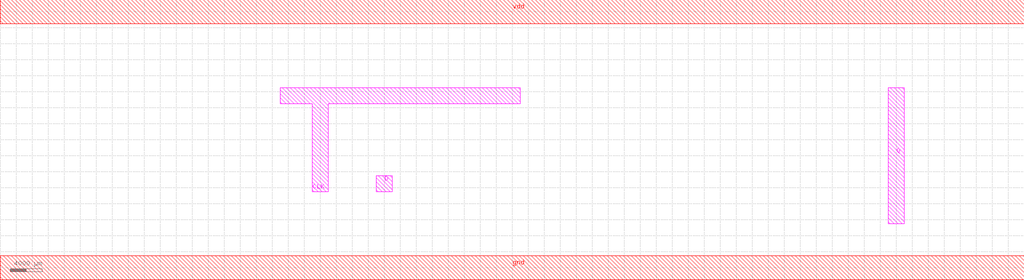
<source format=lef>
# LEF file generated by lefgen from LibreSilicon version 0.1
#

VERSION 5.4 ;
NAMESCASESENSITIVE ON ;
BUSBITCHARS "[]" ;
DIVIDERCHAR "/" ;
UNITS
  DATABASE MICRONS 1000 ;
END UNITS

USEMINSPACING OBS ON ;
USEMINSPACING PIN OFF ;
CLEARANCEMEASURE EUCLIDEAN ;


MANUFACTURINGGRID 0.15 ;

LAYER nwell
  TYPE	MASTERSLICE ;
END nwell

LAYER nactive
  TYPE	MASTERSLICE ;
END nactive

LAYER pactive
  TYPE	MASTERSLICE ;
END pactive

LAYER poly
  TYPE	MASTERSLICE ;
END poly

LAYER cc
  TYPE	CUT ;
  SPACING	0.9 ;
END cc

LAYER metal1
  TYPE		ROUTING ;
  DIRECTION	HORIZONTAL ;
  PITCH		3  ;
  OFFSET	1.5 ;
  WIDTH		0.9 ;
  SPACING	0.9 ;
  RESISTANCE	RPERSQ 0.09 ;
  CAPACITANCE	CPERSQDIST 3.2e-05 ;
END metal1

LAYER via
  TYPE	CUT ;
  SPACING	0.9 ;
END via

LAYER metal2
  TYPE		ROUTING ;
  DIRECTION	VERTICAL ;
  PITCH		2.4  ;
  OFFSET	1.2 ;
  WIDTH		0.9 ;
  SPACING	0.9 ;
  RESISTANCE	RPERSQ 0.09 ;
  CAPACITANCE	CPERSQDIST 1.6e-05 ;
END metal2

LAYER via2
  TYPE	CUT ;
  SPACING	0.9 ;
END via2

LAYER metal3
  TYPE		ROUTING ;
  DIRECTION	HORIZONTAL ;
  PITCH		3  ;
  OFFSET	1.5 ;
  WIDTH		1.5 ;
  SPACING	0.9 ;
  RESISTANCE	RPERSQ 0.05 ;
  CAPACITANCE	CPERSQDIST 1e-05 ;
END metal3

SPACING
  SAMENET cc  via	0.150 ;
  SAMENET via  via2	0.150 ;
END SPACING

VIA M2_M1 DEFAULT
  LAYER metal1 ;
    RECT -0.600 -0.600 0.600 0.600 ;
  LAYER via ;
    RECT -0.300 -0.300 0.300 0.300 ;
  LAYER metal2 ;
    RECT -0.600 -0.600 0.600 0.600 ;
END M2_M1

VIA M3_M2 DEFAULT
  LAYER metal2 ;
    RECT -0.600 -0.600 0.600 0.600 ;
  LAYER via2 ;
    RECT -0.300 -0.300 0.300 0.300 ;
  LAYER metal3 ;
    RECT -0.900 -0.900 0.900 0.900 ;
END M3_M2


VIARULE viagen21 GENERATE
  LAYER metal1 ;
    DIRECTION HORIZONTAL ;
    WIDTH 1.2 TO 120 ;
    OVERHANG 0.3 ;
    METALOVERHANG 0 ;
  LAYER metal2 ;
    DIRECTION VERTICAL ;
    WIDTH 1.2 TO 120 ;
    OVERHANG 0.3 ;
    METALOVERHANG 0 ;
  LAYER via ;
    RECT -0.3 -0.3 0.3 0.3 ;
    SPACING 1.5 BY 1.5 ;
END viagen21

VIARULE viagen32 GENERATE
  LAYER metal3 ;
    DIRECTION HORIZONTAL ;
    WIDTH 1.8 TO 180 ;
    OVERHANG 0.6 ;
    METALOVERHANG 0 ;
  LAYER metal2 ;
    DIRECTION VERTICAL ;
    WIDTH 1.2 TO 120 ;
    OVERHANG 0.6 ;
    METALOVERHANG 0 ;
  LAYER via2 ;
    RECT -0.3 -0.3 0.3 0.3 ;
    SPACING 2.1 BY 2.1 ;
END viagen32

VIARULE TURN1 GENERATE
  LAYER metal1 ;
    DIRECTION HORIZONTAL ;
  LAYER metal1 ;
    DIRECTION VERTICAL ;
END TURN1

VIARULE TURN2 GENERATE
  LAYER metal2 ;
    DIRECTION HORIZONTAL ;
  LAYER metal2 ;
    DIRECTION VERTICAL ;
END TURN2

VIARULE TURN3 GENERATE
  LAYER metal3 ;
    DIRECTION HORIZONTAL ;
  LAYER metal3 ;
    DIRECTION VERTICAL ;
END TURN3

SITE  corner
    CLASS	PAD ;
    SYMMETRY	R90 Y ;
    SIZE	300.000 BY 300.000 ;
END  corner

SITE  IO
    CLASS	PAD ;
    SYMMETRY	Y ;
    SIZE	90.000 BY 300.000 ;
END  IO

SITE  core
    CLASS	CORE ;
    SYMMETRY	Y ;
    SIZE	2.400 BY 30.000 ;
END  core

MACRO AND2X1
 CLASS CORE ;
 ORIGIN 0 0 ;
 FOREIGN AND2X1 0 0 ;
 SITE CORE ;
 SYMMETRY X Y R90 ;
  PIN vdd
   DIRECTION INOUT ;
   USE SIGNAL ;
   SHAPE ABUTMENT ;
    PORT
     CLASS CORE ;
       LAYER metal1 ;
        RECT 0.00000000 30500.00000000 32000.00000000 33500.00000000 ;
    END
  END vdd

  PIN gnd
   DIRECTION INOUT ;
   USE SIGNAL ;
   SHAPE ABUTMENT ;
    PORT
     CLASS CORE ;
       LAYER metal1 ;
        RECT 0.00000000 -1500.00000000 32000.00000000 1500.00000000 ;
    END
  END gnd

  PIN A
   DIRECTION INOUT ;
   USE SIGNAL ;
   SHAPE ABUTMENT ;
    PORT
     CLASS CORE ;
       LAYER metal2 ;
        RECT 7000.00000000 20500.00000000 9000.00000000 22500.00000000 ;
    END
  END A

  PIN B
   DIRECTION INOUT ;
   USE SIGNAL ;
   SHAPE ABUTMENT ;
    PORT
     CLASS CORE ;
       LAYER metal2 ;
        RECT 15000.00000000 13500.00000000 17000.00000000 15500.00000000 ;
    END
  END B

  PIN Y
   DIRECTION INOUT ;
   USE SIGNAL ;
   SHAPE ABUTMENT ;
    PORT
     CLASS CORE ;
       LAYER metal2 ;
        RECT 27000.00000000 8500.00000000 29000.00000000 10500.00000000 ;
    END
  END Y


END AND2X1

MACRO AND2X2
 CLASS CORE ;
 ORIGIN 0 0 ;
 FOREIGN AND2X2 0 0 ;
 SITE CORE ;
 SYMMETRY X Y R90 ;
  PIN vdd
   DIRECTION INOUT ;
   USE SIGNAL ;
   SHAPE ABUTMENT ;
    PORT
     CLASS CORE ;
       LAYER metal1 ;
        RECT 0.00000000 30500.00000000 32000.00000000 33500.00000000 ;
    END
  END vdd

  PIN gnd
   DIRECTION INOUT ;
   USE SIGNAL ;
   SHAPE ABUTMENT ;
    PORT
     CLASS CORE ;
       LAYER metal1 ;
        RECT 0.00000000 -1500.00000000 32000.00000000 1500.00000000 ;
    END
  END gnd

  PIN A
   DIRECTION INOUT ;
   USE SIGNAL ;
   SHAPE ABUTMENT ;
    PORT
     CLASS CORE ;
       LAYER metal2 ;
        RECT 7000.00000000 20500.00000000 9000.00000000 22500.00000000 ;
    END
  END A

  PIN B
   DIRECTION INOUT ;
   USE SIGNAL ;
   SHAPE ABUTMENT ;
    PORT
     CLASS CORE ;
       LAYER metal2 ;
        RECT 15000.00000000 13500.00000000 17000.00000000 15500.00000000 ;
    END
  END B

  PIN Y
   DIRECTION INOUT ;
   USE SIGNAL ;
   SHAPE ABUTMENT ;
    PORT
     CLASS CORE ;
       LAYER metal2 ;
        RECT 27000.00000000 8500.00000000 29000.00000000 10500.00000000 ;
    END
  END Y


END AND2X2

MACRO AND4
 CLASS CORE ;
 ORIGIN 0 0 ;
 FOREIGN AND4 0 0 ;
 SITE CORE ;
 SYMMETRY X Y R90 ;
  PIN vdd
   DIRECTION INOUT ;
   USE SIGNAL ;
   SHAPE ABUTMENT ;
    PORT
     CLASS CORE ;
       LAYER metal1 ;
        RECT 0.00000000 18500.00000000 24000.00000000 21500.00000000 ;
    END
  END vdd

  PIN gnd
   DIRECTION INOUT ;
   USE SIGNAL ;
   SHAPE ABUTMENT ;
    PORT
     CLASS CORE ;
       LAYER metal1 ;
        RECT 0.00000000 -1500.00000000 24000.00000000 1500.00000000 ;
    END
  END gnd

  PIN A
   DIRECTION INOUT ;
   USE SIGNAL ;
   SHAPE ABUTMENT ;
    PORT
     CLASS CORE ;
       LAYER metal2 ;
        RECT 3000.00000000 6000.00000000 5000.00000000 8000.00000000 ;
    END
  END A

  PIN B
   DIRECTION INOUT ;
   USE SIGNAL ;
   SHAPE ABUTMENT ;
    PORT
     CLASS CORE ;
       LAYER metal2 ;
        RECT 7000.00000000 8000.00000000 9000.00000000 10000.00000000 ;
    END
  END B

  PIN C
   DIRECTION INOUT ;
   USE SIGNAL ;
   SHAPE ABUTMENT ;
    PORT
     CLASS CORE ;
       LAYER metal2 ;
        RECT 11000.00000000 6000.00000000 13000.00000000 8000.00000000 ;
    END
  END C

  PIN D
   DIRECTION INOUT ;
   USE SIGNAL ;
   SHAPE ABUTMENT ;
    PORT
     CLASS CORE ;
       LAYER metal2 ;
        RECT 15000.00000000 8000.00000000 17000.00000000 10000.00000000 ;
    END
  END D


END AND4

MACRO AOI21
 CLASS CORE ;
 ORIGIN 0 0 ;
 FOREIGN AOI21 0 0 ;
 SITE CORE ;
 SYMMETRY X Y R90 ;
  PIN vdd
   DIRECTION INOUT ;
   USE SIGNAL ;
   SHAPE ABUTMENT ;
    PORT
     CLASS CORE ;
       LAYER metal1 ;
        RECT 0.00000000 30500.00000000 32000.00000000 33500.00000000 ;
    END
  END vdd

  PIN gnd
   DIRECTION INOUT ;
   USE SIGNAL ;
   SHAPE ABUTMENT ;
    PORT
     CLASS CORE ;
       LAYER metal1 ;
        RECT 0.00000000 -1500.00000000 32000.00000000 1500.00000000 ;
    END
  END gnd


END AOI21

MACRO AOI21X1
 CLASS CORE ;
 ORIGIN 0 0 ;
 FOREIGN AOI21X1 0 0 ;
 SITE CORE ;
 SYMMETRY X Y R90 ;
  PIN vdd
   DIRECTION INOUT ;
   USE SIGNAL ;
   SHAPE ABUTMENT ;
    PORT
     CLASS CORE ;
       LAYER metal1 ;
        RECT 0.00000000 30500.00000000 32000.00000000 33500.00000000 ;
    END
  END vdd

  PIN gnd
   DIRECTION INOUT ;
   USE SIGNAL ;
   SHAPE ABUTMENT ;
    PORT
     CLASS CORE ;
       LAYER metal1 ;
        RECT 0.00000000 -1500.00000000 32000.00000000 1500.00000000 ;
    END
  END gnd

  PIN C
   DIRECTION INOUT ;
   USE SIGNAL ;
   SHAPE ABUTMENT ;
    PORT
     CLASS CORE ;
       LAYER metal2 ;
        RECT 7000.00000000 20500.00000000 9000.00000000 22500.00000000 ;
    END
  END C

  PIN A
   DIRECTION INOUT ;
   USE SIGNAL ;
   SHAPE ABUTMENT ;
    PORT
     CLASS CORE ;
       LAYER metal2 ;
        RECT 15000.00000000 13500.00000000 17000.00000000 15500.00000000 ;
    END
  END A

  PIN B
   DIRECTION INOUT ;
   USE SIGNAL ;
   SHAPE ABUTMENT ;
    PORT
     CLASS CORE ;
       LAYER metal2 ;
        RECT 23000.00000000 13500.00000000 25000.00000000 15500.00000000 ;
    END
  END B

  PIN Y
   DIRECTION INOUT ;
   USE SIGNAL ;
   SHAPE ABUTMENT ;
    PORT
     CLASS CORE ;
       LAYER metal2 ;
        RECT 3000.00000000 8500.00000000 5000.00000000 10500.00000000 ;
    END
  END Y


END AOI21X1

MACRO AOI22X1
 CLASS CORE ;
 ORIGIN 0 0 ;
 FOREIGN AOI22X1 0 0 ;
 SITE CORE ;
 SYMMETRY X Y R90 ;
  PIN vdd
   DIRECTION INOUT ;
   USE SIGNAL ;
   SHAPE ABUTMENT ;
    PORT
     CLASS CORE ;
       LAYER metal1 ;
        RECT 0.00000000 30500.00000000 40000.00000000 33500.00000000 ;
    END
  END vdd

  PIN gnd
   DIRECTION INOUT ;
   USE SIGNAL ;
   SHAPE ABUTMENT ;
    PORT
     CLASS CORE ;
       LAYER metal1 ;
        RECT 0.00000000 -1500.00000000 40000.00000000 1500.00000000 ;
    END
  END gnd

  PIN B
   DIRECTION INOUT ;
   USE SIGNAL ;
   SHAPE ABUTMENT ;
    PORT
     CLASS CORE ;
       LAYER metal2 ;
        RECT 7000.00000000 13500.00000000 9000.00000000 15500.00000000 ;
    END
  END B

  PIN A
   DIRECTION INOUT ;
   USE SIGNAL ;
   SHAPE ABUTMENT ;
    PORT
     CLASS CORE ;
       LAYER metal2 ;
        RECT 15000.00000000 13500.00000000 17000.00000000 15500.00000000 ;
    END
  END A

  PIN C
   DIRECTION INOUT ;
   USE SIGNAL ;
   SHAPE ABUTMENT ;
    PORT
     CLASS CORE ;
       LAYER metal2 ;
        RECT 23000.00000000 13500.00000000 25000.00000000 15500.00000000 ;
    END
  END C

  PIN D
   DIRECTION INOUT ;
   USE SIGNAL ;
   SHAPE ABUTMENT ;
    PORT
     CLASS CORE ;
       LAYER metal2 ;
        RECT 31000.00000000 13500.00000000 33000.00000000 15500.00000000 ;
    END
  END D

  PIN Y
   DIRECTION INOUT ;
   USE SIGNAL ;
   SHAPE ABUTMENT ;
    PORT
     CLASS CORE ;
       LAYER metal2 ;
        RECT 3000.00000000 8500.00000000 5000.00000000 10500.00000000 ;
    END
  END Y


END AOI22X1

MACRO AOI31
 CLASS CORE ;
 ORIGIN 0 0 ;
 FOREIGN AOI31 0 0 ;
 SITE CORE ;
 SYMMETRY X Y R90 ;
  PIN vdd
   DIRECTION INOUT ;
   USE SIGNAL ;
   SHAPE ABUTMENT ;
    PORT
     CLASS CORE ;
       LAYER metal1 ;
        RECT 0.00000000 30500.00000000 40000.00000000 33500.00000000 ;
    END
  END vdd

  PIN gnd
   DIRECTION INOUT ;
   USE SIGNAL ;
   SHAPE ABUTMENT ;
    PORT
     CLASS CORE ;
       LAYER metal1 ;
        RECT 0.00000000 -1500.00000000 40000.00000000 1500.00000000 ;
    END
  END gnd


END AOI31

MACRO BUFX2
 CLASS CORE ;
 ORIGIN 0 0 ;
 FOREIGN BUFX2 0 0 ;
 SITE CORE ;
 SYMMETRY X Y R90 ;
  PIN vdd
   DIRECTION INOUT ;
   USE SIGNAL ;
   SHAPE ABUTMENT ;
    PORT
     CLASS CORE ;
       LAYER metal1 ;
        RECT 0.00000000 30500.00000000 24000.00000000 33500.00000000 ;
    END
  END vdd

  PIN gnd
   DIRECTION INOUT ;
   USE SIGNAL ;
   SHAPE ABUTMENT ;
    PORT
     CLASS CORE ;
       LAYER metal1 ;
        RECT 0.00000000 -1500.00000000 24000.00000000 1500.00000000 ;
    END
  END gnd

  PIN A
   DIRECTION INOUT ;
   USE SIGNAL ;
   SHAPE ABUTMENT ;
    PORT
     CLASS CORE ;
       LAYER metal2 ;
        RECT 7000.00000000 13500.00000000 9000.00000000 15500.00000000 ;
    END
  END A

  PIN Y
   DIRECTION INOUT ;
   USE SIGNAL ;
   SHAPE ABUTMENT ;
    PORT
     CLASS CORE ;
       LAYER metal2 ;
        RECT 19000.00000000 8500.00000000 21000.00000000 10500.00000000 ;
    END
  END Y


END BUFX2

MACRO BUFX4
 CLASS CORE ;
 ORIGIN 0 0 ;
 FOREIGN BUFX4 0 0 ;
 SITE CORE ;
 SYMMETRY X Y R90 ;
  PIN vdd
   DIRECTION INOUT ;
   USE SIGNAL ;
   SHAPE ABUTMENT ;
    PORT
     CLASS CORE ;
       LAYER metal1 ;
        RECT 0.00000000 30500.00000000 32000.00000000 33500.00000000 ;
    END
  END vdd

  PIN gnd
   DIRECTION INOUT ;
   USE SIGNAL ;
   SHAPE ABUTMENT ;
    PORT
     CLASS CORE ;
       LAYER metal1 ;
        RECT 0.00000000 -1500.00000000 32000.00000000 1500.00000000 ;
    END
  END gnd

  PIN A
   DIRECTION INOUT ;
   USE SIGNAL ;
   SHAPE ABUTMENT ;
    PORT
     CLASS CORE ;
       LAYER metal2 ;
        RECT 7000.00000000 13500.00000000 9000.00000000 15500.00000000 ;
    END
  END A

  PIN Y
   DIRECTION INOUT ;
   USE SIGNAL ;
   SHAPE ABUTMENT ;
    PORT
     CLASS CORE ;
       LAYER metal2 ;
        RECT 19000.00000000 8500.00000000 21000.00000000 18500.00000000 ;
    END
  END Y


END BUFX4

MACRO CLKBUF1
 CLASS CORE ;
 ORIGIN 0 0 ;
 FOREIGN CLKBUF1 0 0 ;
 SITE CORE ;
 SYMMETRY X Y R90 ;
  PIN vdd
   DIRECTION INOUT ;
   USE SIGNAL ;
   SHAPE ABUTMENT ;
    PORT
     CLASS CORE ;
       LAYER metal1 ;
        RECT 0.00000000 30500.00000000 72000.00000000 33500.00000000 ;
    END
  END vdd

  PIN gnd
   DIRECTION INOUT ;
   USE SIGNAL ;
   SHAPE ABUTMENT ;
    PORT
     CLASS CORE ;
       LAYER metal1 ;
        RECT 0.00000000 -1500.00000000 72000.00000000 1500.00000000 ;
    END
  END gnd

  PIN A
   DIRECTION INOUT ;
   USE SIGNAL ;
   SHAPE ABUTMENT ;
    PORT
     CLASS CORE ;
       LAYER metal2 ;
        RECT 7000.00000000 13500.00000000 9000.00000000 15500.00000000 ;
    END
  END A

  PIN Y
   DIRECTION INOUT ;
   USE SIGNAL ;
   SHAPE ABUTMENT ;
    PORT
     CLASS CORE ;
       LAYER metal2 ;
        RECT 59000.00000000 8500.00000000 61000.00000000 18500.00000000 ;
    END
  END Y


END CLKBUF1

MACRO CLKBUF2
 CLASS CORE ;
 ORIGIN 0 0 ;
 FOREIGN CLKBUF2 0 0 ;
 SITE CORE ;
 SYMMETRY X Y R90 ;
  PIN vdd
   DIRECTION INOUT ;
   USE SIGNAL ;
   SHAPE ABUTMENT ;
    PORT
     CLASS CORE ;
       LAYER metal1 ;
        RECT 0.00000000 30500.00000000 104000.00000000 33500.00000000 ;
    END
  END vdd

  PIN gnd
   DIRECTION INOUT ;
   USE SIGNAL ;
   SHAPE ABUTMENT ;
    PORT
     CLASS CORE ;
       LAYER metal1 ;
        RECT 0.00000000 -1500.00000000 104000.00000000 1500.00000000 ;
    END
  END gnd

  PIN A
   DIRECTION INOUT ;
   USE SIGNAL ;
   SHAPE ABUTMENT ;
    PORT
     CLASS CORE ;
       LAYER metal2 ;
        RECT 7000.00000000 13500.00000000 9000.00000000 15500.00000000 ;
    END
  END A

  PIN Y
   DIRECTION INOUT ;
   USE SIGNAL ;
   SHAPE ABUTMENT ;
    PORT
     CLASS CORE ;
       LAYER metal2 ;
        RECT 91000.00000000 8500.00000000 93000.00000000 18500.00000000 ;
    END
  END Y


END CLKBUF2

MACRO DFFNEGX1
 CLASS CORE ;
 ORIGIN 0 0 ;
 FOREIGN DFFNEGX1 0 0 ;
 SITE CORE ;
 SYMMETRY X Y R90 ;
  PIN vdd
   DIRECTION INOUT ;
   USE SIGNAL ;
   SHAPE ABUTMENT ;
    PORT
     CLASS CORE ;
       LAYER metal1 ;
        RECT 0.00000000 30500.00000000 128000.00000000 33500.00000000 ;
    END
  END vdd

  PIN gnd
   DIRECTION INOUT ;
   USE SIGNAL ;
   SHAPE ABUTMENT ;
    PORT
     CLASS CORE ;
       LAYER metal1 ;
        RECT 0.00000000 -1500.00000000 128000.00000000 1500.00000000 ;
    END
  END gnd

  PIN D
   DIRECTION INOUT ;
   USE SIGNAL ;
   SHAPE ABUTMENT ;
    PORT
     CLASS CORE ;
       LAYER metal2 ;
        RECT 47000.00000000 9500.00000000 49000.00000000 11500.00000000 ;
    END
  END D

  PIN CLK
   DIRECTION INOUT ;
   USE SIGNAL ;
   SHAPE ABUTMENT ;
    PORT
     CLASS CORE ;
       LAYER metal2 ;
        POLYGON 39000.00000000 9500.00000000 39000.00000000 20500.00000000 35000.00000000 20500.00000000 35000.00000000 22500.00000000 65000.00000000 22500.00000000 65000.00000000 20500.00000000 41000.00000000 20500.00000000 41000.00000000 9500.00000000 ;
    END
  END CLK

  PIN Q
   DIRECTION INOUT ;
   USE SIGNAL ;
   SHAPE ABUTMENT ;
    PORT
     CLASS CORE ;
       LAYER metal2 ;
        RECT 111000.00000000 5500.00000000 113000.00000000 22500.00000000 ;
    END
  END Q


END DFFNEGX1

MACRO DFFPOSX1
 CLASS CORE ;
 ORIGIN 0 0 ;
 FOREIGN DFFPOSX1 0 0 ;
 SITE CORE ;
 SYMMETRY X Y R90 ;
  PIN vdd
   DIRECTION INOUT ;
   USE SIGNAL ;
   SHAPE ABUTMENT ;
    PORT
     CLASS CORE ;
       LAYER metal1 ;
        RECT 0.00000000 30500.00000000 128000.00000000 33500.00000000 ;
    END
  END vdd

  PIN gnd
   DIRECTION INOUT ;
   USE SIGNAL ;
   SHAPE ABUTMENT ;
    PORT
     CLASS CORE ;
       LAYER metal1 ;
        RECT 0.00000000 -1500.00000000 128000.00000000 1500.00000000 ;
    END
  END gnd

  PIN D
   DIRECTION INOUT ;
   USE SIGNAL ;
   SHAPE ABUTMENT ;
    PORT
     CLASS CORE ;
       LAYER metal2 ;
        RECT 47000.00000000 13500.00000000 49000.00000000 15500.00000000 ;
    END
  END D

  PIN CLK
   DIRECTION INOUT ;
   USE SIGNAL ;
   SHAPE ABUTMENT ;
    PORT
     CLASS CORE ;
       LAYER metal2 ;
        POLYGON 31000.00000000 16500.00000000 31000.00000000 18500.00000000 39000.00000000 18500.00000000 39000.00000000 22500.00000000 41000.00000000 22500.00000000 41000.00000000 16500.00000000 ;
    END
  END CLK

  PIN Q
   DIRECTION INOUT ;
   USE SIGNAL ;
   SHAPE ABUTMENT ;
    PORT
     CLASS CORE ;
       LAYER metal2 ;
        RECT 111000.00000000 9500.00000000 113000.00000000 26500.00000000 ;
    END
  END Q


END DFFPOSX1

MACRO DFFSR
 CLASS CORE ;
 ORIGIN 0 0 ;
 FOREIGN DFFSR 0 0 ;
 SITE CORE ;
 SYMMETRY X Y R90 ;
  PIN vdd
   DIRECTION INOUT ;
   USE SIGNAL ;
   SHAPE ABUTMENT ;
    PORT
     CLASS CORE ;
       LAYER metal2 ;
        RECT 0.00000000 2220.00000000 8800.00000000 2580.00000000 ;
    END
  END vdd

  PIN gnd
   DIRECTION INOUT ;
   USE SIGNAL ;
   SHAPE ABUTMENT ;
    PORT
     CLASS CORE ;
       LAYER metal2 ;
        RECT 0.00000000 -180.00000000 8800.00000000 180.00000000 ;
    END
  END gnd

  PIN CLK
   DIRECTION INOUT ;
   USE SIGNAL ;
   SHAPE ABUTMENT ;
    PORT
     CLASS CORE ;
       LAYER metal2 ;
        RECT 330.00000000 980.00000000 470.00000000 1120.00000000 ;
    END
  END CLK

  PIN D
   DIRECTION INOUT ;
   USE SIGNAL ;
   SHAPE ABUTMENT ;
    PORT
     CLASS CORE ;
       LAYER metal2 ;
        RECT 1930.00000000 980.00000000 2070.00000000 1120.00000000 ;
    END
  END D

  PIN R
   DIRECTION INOUT ;
   USE SIGNAL ;
   SHAPE ABUTMENT ;
    PORT
     CLASS CORE ;
       LAYER metal2 ;
        POLYGON 3130.00000000 1280.00000000 3130.00000000 1420.00000000 3270.00000000 1420.00000000 3270.00000000 1400.00000000 7130.00000000 1400.00000000 7130.00000000 1420.00000000 7270.00000000 1420.00000000 7270.00000000 1280.00000000 7130.00000000 1280.00000000 7130.00000000 1300.00000000 3270.00000000 1300.00000000 3270.00000000 1280.00000000 ;
    END
  END R

  PIN S
   DIRECTION INOUT ;
   USE SIGNAL ;
   SHAPE ABUTMENT ;
    PORT
     CLASS CORE ;
       LAYER metal2 ;
        RECT 5730.00000000 980.00000000 5870.00000000 1120.00000000 ;
    END
  END S

  PIN Q
   DIRECTION INOUT ;
   USE SIGNAL ;
   SHAPE ABUTMENT ;
    PORT
     CLASS CORE ;
       LAYER metal2 ;
        RECT 8530.00000000 1880.00000000 8670.00000000 2020.00000000 ;
    END
  END Q


END DFFSR

MACRO FAX1
 CLASS CORE ;
 ORIGIN 0 0 ;
 FOREIGN FAX1 0 0 ;
 SITE CORE ;
 SYMMETRY X Y R90 ;
  PIN vdd
   DIRECTION INOUT ;
   USE SIGNAL ;
   SHAPE ABUTMENT ;
    PORT
     CLASS CORE ;
       LAYER metal2 ;
        RECT 0.00000000 2220.00000000 6400.00000000 2580.00000000 ;
    END
  END vdd

  PIN gnd
   DIRECTION INOUT ;
   USE SIGNAL ;
   SHAPE ABUTMENT ;
    PORT
     CLASS CORE ;
       LAYER metal2 ;
        RECT 0.00000000 -180.00000000 6400.00000000 180.00000000 ;
    END
  END gnd

  PIN A
   DIRECTION INOUT ;
   USE SIGNAL ;
   SHAPE ABUTMENT ;
    PORT
     CLASS CORE ;
       LAYER metal2 ;
        POLYGON 730.00000000 980.00000000 730.00000000 1120.00000000 870.00000000 1120.00000000 870.00000000 1100.00000000 2330.00000000 1100.00000000 2330.00000000 1120.00000000 2350.00000000 1120.00000000 2350.00000000 1400.00000000 3530.00000000 1400.00000000 3530.00000000 1420.00000000 3670.00000000 1420.00000000 3670.00000000 1400.00000000 5530.00000000 1400.00000000 5530.00000000 1420.00000000 5670.00000000 1420.00000000 5670.00000000 1280.00000000 5530.00000000 1280.00000000 5530.00000000 1300.00000000 3670.00000000 1300.00000000 3670.00000000 1280.00000000 3530.00000000 1280.00000000 3530.00000000 1300.00000000 2450.00000000 1300.00000000 2450.00000000 1120.00000000 2470.00000000 1120.00000000 2470.00000000 980.00000000 2330.00000000 980.00000000 2330.00000000 1000.00000000 870.00000000 1000.00000000 870.00000000 980.00000000 ;
    END
  END A

  PIN B
   DIRECTION INOUT ;
   USE SIGNAL ;
   SHAPE ABUTMENT ;
    PORT
     CLASS CORE ;
       LAYER metal2 ;
        POLYGON 3330.00000000 980.00000000 3330.00000000 1120.00000000 3470.00000000 1120.00000000 3470.00000000 1100.00000000 5130.00000000 1100.00000000 5130.00000000 1120.00000000 5270.00000000 1120.00000000 5270.00000000 980.00000000 5130.00000000 980.00000000 5130.00000000 1000.00000000 3470.00000000 1000.00000000 3470.00000000 980.00000000 ;
    END
  END B

  PIN C
   DIRECTION INOUT ;
   USE SIGNAL ;
   SHAPE ABUTMENT ;
    PORT
     CLASS CORE ;
       LAYER metal2 ;
        RECT 1530.00000000 380.00000000 1670.00000000 520.00000000 ;
    END
  END C

  PIN YS
   DIRECTION INOUT ;
   USE SIGNAL ;
   SHAPE ABUTMENT ;
    PORT
     CLASS CORE ;
       LAYER metal2 ;
        RECT 6130.00000000 380.00000000 6270.00000000 520.00000000 ;
    END
  END YS

  PIN YC
   DIRECTION INOUT ;
   USE SIGNAL ;
   SHAPE ABUTMENT ;
    PORT
     CLASS CORE ;
       LAYER metal2 ;
        RECT 130.00000000 1880.00000000 270.00000000 2020.00000000 ;
    END
  END YC


END FAX1

MACRO HAX1
 CLASS CORE ;
 ORIGIN 0 0 ;
 FOREIGN HAX1 0 0 ;
 SITE CORE ;
 SYMMETRY X Y R90 ;
  PIN vdd
   DIRECTION INOUT ;
   USE SIGNAL ;
   SHAPE ABUTMENT ;
    PORT
     CLASS CORE ;
       LAYER metal2 ;
        RECT 0.00000000 2220.00000000 4400.00000000 2580.00000000 ;
    END
  END vdd

  PIN gnd
   DIRECTION INOUT ;
   USE SIGNAL ;
   SHAPE ABUTMENT ;
    PORT
     CLASS CORE ;
       LAYER metal2 ;
        RECT 0.00000000 -180.00000000 4400.00000000 180.00000000 ;
    END
  END gnd

  PIN B
   DIRECTION INOUT ;
   USE SIGNAL ;
   SHAPE ABUTMENT ;
    PORT
     CLASS CORE ;
       LAYER metal2 ;
        RECT 1130.00000000 980.00000000 1270.00000000 1120.00000000 ;
    END
  END B

  PIN A
   DIRECTION INOUT ;
   USE SIGNAL ;
   SHAPE ABUTMENT ;
    PORT
     CLASS CORE ;
       LAYER metal2 ;
        RECT 1530.00000000 1280.00000000 1670.00000000 1420.00000000 ;
    END
  END A

  PIN YC
   DIRECTION INOUT ;
   USE SIGNAL ;
   SHAPE ABUTMENT ;
    PORT
     CLASS CORE ;
       LAYER metal2 ;
        RECT 130.00000000 380.00000000 270.00000000 520.00000000 ;
    END
  END YC

  PIN YS
   DIRECTION INOUT ;
   USE SIGNAL ;
   SHAPE ABUTMENT ;
    PORT
     CLASS CORE ;
       LAYER metal2 ;
        RECT 3730.00000000 1880.00000000 3870.00000000 2020.00000000 ;
    END
  END YS


END HAX1

MACRO INV
 CLASS CORE ;
 ORIGIN 0 0 ;
 FOREIGN INV 0 0 ;
 SITE CORE ;
 SYMMETRY X Y R90 ;
  PIN vdd
   DIRECTION INOUT ;
   USE SIGNAL ;
   SHAPE ABUTMENT ;
    PORT
     CLASS CORE ;
       LAYER metal1 ;
        RECT 0.00000000 30500.00000000 16000.00000000 33500.00000000 ;
    END
  END vdd

  PIN gnd
   DIRECTION INOUT ;
   USE SIGNAL ;
   SHAPE ABUTMENT ;
    PORT
     CLASS CORE ;
       LAYER metal1 ;
        RECT 0.00000000 -1500.00000000 16000.00000000 1500.00000000 ;
    END
  END gnd

  PIN A
   DIRECTION INOUT ;
   USE SIGNAL ;
   SHAPE ABUTMENT ;
    PORT
     CLASS CORE ;
       LAYER metal2 ;
        RECT 3000.00000000 10500.00000000 5000.00000000 12500.00000000 ;
    END
  END A

  PIN Y
   DIRECTION INOUT ;
   USE SIGNAL ;
   SHAPE ABUTMENT ;
    PORT
     CLASS CORE ;
       LAYER metal2 ;
        RECT 11000.00000000 8500.00000000 13000.00000000 23500.00000000 ;
    END
  END Y


END INV

MACRO INVX1
 CLASS CORE ;
 ORIGIN 0 0 ;
 FOREIGN INVX1 0 0 ;
 SITE CORE ;
 SYMMETRY X Y R90 ;
  PIN vdd
   DIRECTION INOUT ;
   USE SIGNAL ;
   SHAPE ABUTMENT ;
    PORT
     CLASS CORE ;
       LAYER metal1 ;
        RECT 0.00000000 30500.00000000 16000.00000000 33500.00000000 ;
    END
  END vdd

  PIN gnd
   DIRECTION INOUT ;
   USE SIGNAL ;
   SHAPE ABUTMENT ;
    PORT
     CLASS CORE ;
       LAYER metal1 ;
        RECT 0.00000000 -1500.00000000 16000.00000000 1500.00000000 ;
    END
  END gnd

  PIN A
   DIRECTION INOUT ;
   USE SIGNAL ;
   SHAPE ABUTMENT ;
    PORT
     CLASS CORE ;
       LAYER metal2 ;
        RECT 7000.00000000 9500.00000000 9000.00000000 11500.00000000 ;
    END
  END A

  PIN Y
   DIRECTION INOUT ;
   USE SIGNAL ;
   SHAPE ABUTMENT ;
    PORT
     CLASS CORE ;
       LAYER metal2 ;
        RECT 3000.00000000 8500.00000000 5000.00000000 10500.00000000 ;
    END
  END Y


END INVX1

MACRO INVX2
 CLASS CORE ;
 ORIGIN 0 0 ;
 FOREIGN INVX2 0 0 ;
 SITE CORE ;
 SYMMETRY X Y R90 ;
  PIN vdd
   DIRECTION INOUT ;
   USE SIGNAL ;
   SHAPE ABUTMENT ;
    PORT
     CLASS CORE ;
       LAYER metal1 ;
        RECT 0.00000000 18500.00000000 8000.00000000 21500.00000000 ;
    END
  END vdd

  PIN gnd
   DIRECTION INOUT ;
   USE SIGNAL ;
   SHAPE ABUTMENT ;
    PORT
     CLASS CORE ;
       LAYER metal1 ;
        RECT 0.00000000 -1500.00000000 8000.00000000 1500.00000000 ;
    END
  END gnd

  PIN A
   DIRECTION INOUT ;
   USE SIGNAL ;
   SHAPE ABUTMENT ;
    PORT
     CLASS CORE ;
       LAYER metal2 ;
        RECT 3000.00000000 6000.00000000 5000.00000000 8000.00000000 ;
    END
  END A


END INVX2

MACRO INVX4
 CLASS CORE ;
 ORIGIN 0 0 ;
 FOREIGN INVX4 0 0 ;
 SITE CORE ;
 SYMMETRY X Y R90 ;
  PIN vdd
   DIRECTION INOUT ;
   USE SIGNAL ;
   SHAPE ABUTMENT ;
    PORT
     CLASS CORE ;
       LAYER metal1 ;
        RECT 0.00000000 18500.00000000 12000.00000000 21500.00000000 ;
    END
  END vdd

  PIN gnd
   DIRECTION INOUT ;
   USE SIGNAL ;
   SHAPE ABUTMENT ;
    PORT
     CLASS CORE ;
       LAYER metal1 ;
        RECT 0.00000000 -1500.00000000 12000.00000000 1500.00000000 ;
    END
  END gnd

  PIN A
   DIRECTION INOUT ;
   USE SIGNAL ;
   SHAPE ABUTMENT ;
    PORT
     CLASS CORE ;
       LAYER metal2 ;
        RECT 3000.00000000 6000.00000000 5000.00000000 8000.00000000 ;
    END
  END A


END INVX4

MACRO INVX8
 CLASS CORE ;
 ORIGIN 0 0 ;
 FOREIGN INVX8 0 0 ;
 SITE CORE ;
 SYMMETRY X Y R90 ;
  PIN vdd
   DIRECTION INOUT ;
   USE SIGNAL ;
   SHAPE ABUTMENT ;
    PORT
     CLASS CORE ;
       LAYER metal1 ;
        RECT 0.00000000 18500.00000000 20000.00000000 21500.00000000 ;
    END
  END vdd

  PIN gnd
   DIRECTION INOUT ;
   USE SIGNAL ;
   SHAPE ABUTMENT ;
    PORT
     CLASS CORE ;
       LAYER metal1 ;
        RECT 0.00000000 -1500.00000000 20000.00000000 1500.00000000 ;
    END
  END gnd

  PIN A
   DIRECTION INOUT ;
   USE SIGNAL ;
   SHAPE ABUTMENT ;
    PORT
     CLASS CORE ;
       LAYER metal2 ;
        RECT 3000.00000000 6000.00000000 5000.00000000 8000.00000000 ;
    END
  END A


END INVX8

MACRO LATCH
 CLASS CORE ;
 ORIGIN 0 0 ;
 FOREIGN LATCH 0 0 ;
 SITE CORE ;
 SYMMETRY X Y R90 ;
  PIN vdd
   DIRECTION INOUT ;
   USE SIGNAL ;
   SHAPE ABUTMENT ;
    PORT
     CLASS CORE ;
       LAYER metal2 ;
        RECT 0.00000000 2220.00000000 2800.00000000 2580.00000000 ;
    END
  END vdd

  PIN gnd
   DIRECTION INOUT ;
   USE SIGNAL ;
   SHAPE ABUTMENT ;
    PORT
     CLASS CORE ;
       LAYER metal2 ;
        RECT 0.00000000 -180.00000000 2800.00000000 180.00000000 ;
    END
  END gnd

  PIN CLK
   DIRECTION INOUT ;
   USE SIGNAL ;
   SHAPE ABUTMENT ;
    PORT
     CLASS CORE ;
       LAYER metal2 ;
        RECT 330.00000000 980.00000000 470.00000000 1120.00000000 ;
    END
  END CLK

  PIN D
   DIRECTION INOUT ;
   USE SIGNAL ;
   SHAPE ABUTMENT ;
    PORT
     CLASS CORE ;
       LAYER metal2 ;
        RECT 730.00000000 1280.00000000 870.00000000 1420.00000000 ;
    END
  END D

  PIN Q
   DIRECTION INOUT ;
   USE SIGNAL ;
   SHAPE ABUTMENT ;
    PORT
     CLASS CORE ;
       LAYER metal2 ;
        RECT 1930.00000000 980.00000000 2070.00000000 1120.00000000 ;
    END
  END Q


END LATCH

MACRO MUX2
 CLASS CORE ;
 ORIGIN 0 0 ;
 FOREIGN MUX2 0 0 ;
 SITE CORE ;
 SYMMETRY X Y R90 ;
  PIN vdd
   DIRECTION INOUT ;
   USE SIGNAL ;
   SHAPE ABUTMENT ;
    PORT
     CLASS CORE ;
       LAYER metal2 ;
        RECT 0.00000000 2220.00000000 2000.00000000 2580.00000000 ;
    END
  END vdd

  PIN gnd
   DIRECTION INOUT ;
   USE SIGNAL ;
   SHAPE ABUTMENT ;
    PORT
     CLASS CORE ;
       LAYER metal2 ;
        RECT 0.00000000 -180.00000000 2000.00000000 180.00000000 ;
    END
  END gnd

  PIN B
   DIRECTION INOUT ;
   USE SIGNAL ;
   SHAPE ABUTMENT ;
    PORT
     CLASS CORE ;
       LAYER metal2 ;
        RECT 330.00000000 980.00000000 470.00000000 1120.00000000 ;
    END
  END B

  PIN A
   DIRECTION INOUT ;
   USE SIGNAL ;
   SHAPE ABUTMENT ;
    PORT
     CLASS CORE ;
       LAYER metal2 ;
        RECT 130.00000000 680.00000000 270.00000000 820.00000000 ;
    END
  END A

  PIN Z
   DIRECTION INOUT ;
   USE SIGNAL ;
   SHAPE ABUTMENT ;
    PORT
     CLASS CORE ;
       LAYER metal2 ;
        POLYGON 930.00000000 380.00000000 930.00000000 520.00000000 950.00000000 520.00000000 950.00000000 1900.00000000 670.00000000 1900.00000000 670.00000000 1880.00000000 530.00000000 1880.00000000 530.00000000 2020.00000000 670.00000000 2020.00000000 670.00000000 2000.00000000 1050.00000000 2000.00000000 1050.00000000 520.00000000 1070.00000000 520.00000000 1070.00000000 380.00000000 ;
    END
  END Z


END MUX2

MACRO MUX2X1
 CLASS CORE ;
 ORIGIN 0 0 ;
 FOREIGN MUX2X1 0 0 ;
 SITE CORE ;
 SYMMETRY X Y R90 ;
  PIN vdd
   DIRECTION INOUT ;
   USE SIGNAL ;
   SHAPE ABUTMENT ;
    PORT
     CLASS CORE ;
       LAYER metal2 ;
        RECT 0.00000000 2220.00000000 2400.00000000 2580.00000000 ;
    END
  END vdd

  PIN gnd
   DIRECTION INOUT ;
   USE SIGNAL ;
   SHAPE ABUTMENT ;
    PORT
     CLASS CORE ;
       LAYER metal2 ;
        RECT 0.00000000 -180.00000000 2400.00000000 180.00000000 ;
    END
  END gnd

  PIN S
   DIRECTION INOUT ;
   USE SIGNAL ;
   SHAPE ABUTMENT ;
    PORT
     CLASS CORE ;
       LAYER metal2 ;
        RECT 330.00000000 1280.00000000 470.00000000 1420.00000000 ;
    END
  END S

  PIN B
   DIRECTION INOUT ;
   USE SIGNAL ;
   SHAPE ABUTMENT ;
    PORT
     CLASS CORE ;
       LAYER metal2 ;
        RECT 730.00000000 980.00000000 870.00000000 1120.00000000 ;
    END
  END B

  PIN A
   DIRECTION INOUT ;
   USE SIGNAL ;
   SHAPE ABUTMENT ;
    PORT
     CLASS CORE ;
       LAYER metal2 ;
        RECT 1930.00000000 980.00000000 2070.00000000 1120.00000000 ;
    END
  END A

  PIN Y
   DIRECTION INOUT ;
   USE SIGNAL ;
   SHAPE ABUTMENT ;
    PORT
     CLASS CORE ;
       LAYER metal2 ;
        RECT 1530.00000000 380.00000000 1670.00000000 520.00000000 ;
    END
  END Y


END MUX2X1

MACRO NAND2
 CLASS CORE ;
 ORIGIN 0 0 ;
 FOREIGN NAND2 0 0 ;
 SITE CORE ;
 SYMMETRY X Y R90 ;
  PIN vdd
   DIRECTION INOUT ;
   USE SIGNAL ;
   SHAPE ABUTMENT ;
    PORT
     CLASS CORE ;
       LAYER metal1 ;
        RECT 0.00000000 18500.00000000 12000.00000000 21500.00000000 ;
    END
  END vdd

  PIN gnd
   DIRECTION INOUT ;
   USE SIGNAL ;
   SHAPE ABUTMENT ;
    PORT
     CLASS CORE ;
       LAYER metal1 ;
        RECT 0.00000000 -1500.00000000 12000.00000000 1500.00000000 ;
    END
  END gnd

  PIN B
   DIRECTION INOUT ;
   USE SIGNAL ;
   SHAPE ABUTMENT ;
    PORT
     CLASS CORE ;
       LAYER metal2 ;
        RECT 3000.00000000 6000.00000000 5000.00000000 8000.00000000 ;
    END
  END B

  PIN A
   DIRECTION INOUT ;
   USE SIGNAL ;
   SHAPE ABUTMENT ;
    PORT
     CLASS CORE ;
       LAYER metal2 ;
        RECT 7000.00000000 8000.00000000 9000.00000000 10000.00000000 ;
    END
  END A


END NAND2

MACRO NAND2X1
 CLASS CORE ;
 ORIGIN 0 0 ;
 FOREIGN NAND2X1 0 0 ;
 SITE CORE ;
 SYMMETRY X Y R90 ;
  PIN vdd
   DIRECTION INOUT ;
   USE SIGNAL ;
   SHAPE ABUTMENT ;
    PORT
     CLASS CORE ;
       LAYER metal1 ;
        RECT 0.00000000 18500.00000000 12000.00000000 21500.00000000 ;
    END
  END vdd

  PIN gnd
   DIRECTION INOUT ;
   USE SIGNAL ;
   SHAPE ABUTMENT ;
    PORT
     CLASS CORE ;
       LAYER metal1 ;
        RECT 0.00000000 -1500.00000000 12000.00000000 1500.00000000 ;
    END
  END gnd

  PIN B
   DIRECTION INOUT ;
   USE SIGNAL ;
   SHAPE ABUTMENT ;
    PORT
     CLASS CORE ;
       LAYER metal2 ;
        RECT 3000.00000000 6000.00000000 5000.00000000 8000.00000000 ;
    END
  END B

  PIN A
   DIRECTION INOUT ;
   USE SIGNAL ;
   SHAPE ABUTMENT ;
    PORT
     CLASS CORE ;
       LAYER metal2 ;
        RECT 7000.00000000 8000.00000000 9000.00000000 10000.00000000 ;
    END
  END A


END NAND2X1

MACRO NAND3
 CLASS CORE ;
 ORIGIN 0 0 ;
 FOREIGN NAND3 0 0 ;
 SITE CORE ;
 SYMMETRY X Y R90 ;
  PIN vdd
   DIRECTION INOUT ;
   USE SIGNAL ;
   SHAPE ABUTMENT ;
    PORT
     CLASS CORE ;
       LAYER metal1 ;
        RECT 0.00000000 18500.00000000 16000.00000000 21500.00000000 ;
    END
  END vdd

  PIN gnd
   DIRECTION INOUT ;
   USE SIGNAL ;
   SHAPE ABUTMENT ;
    PORT
     CLASS CORE ;
       LAYER metal1 ;
        RECT 0.00000000 -1500.00000000 16000.00000000 1500.00000000 ;
    END
  END gnd

  PIN C
   DIRECTION INOUT ;
   USE SIGNAL ;
   SHAPE ABUTMENT ;
    PORT
     CLASS CORE ;
       LAYER metal2 ;
        RECT 3000.00000000 6000.00000000 5000.00000000 8000.00000000 ;
    END
  END C

  PIN B
   DIRECTION INOUT ;
   USE SIGNAL ;
   SHAPE ABUTMENT ;
    PORT
     CLASS CORE ;
       LAYER metal2 ;
        RECT 7000.00000000 8000.00000000 9000.00000000 10000.00000000 ;
    END
  END B

  PIN A
   DIRECTION INOUT ;
   USE SIGNAL ;
   SHAPE ABUTMENT ;
    PORT
     CLASS CORE ;
       LAYER metal2 ;
        RECT 11000.00000000 6000.00000000 13000.00000000 8000.00000000 ;
    END
  END A


END NAND3

MACRO NAND3X1
 CLASS CORE ;
 ORIGIN 0 0 ;
 FOREIGN NAND3X1 0 0 ;
 SITE CORE ;
 SYMMETRY X Y R90 ;
  PIN vdd
   DIRECTION INOUT ;
   USE SIGNAL ;
   SHAPE ABUTMENT ;
    PORT
     CLASS CORE ;
       LAYER metal1 ;
        RECT 0.00000000 18500.00000000 16000.00000000 21500.00000000 ;
    END
  END vdd

  PIN gnd
   DIRECTION INOUT ;
   USE SIGNAL ;
   SHAPE ABUTMENT ;
    PORT
     CLASS CORE ;
       LAYER metal1 ;
        RECT 0.00000000 -1500.00000000 16000.00000000 1500.00000000 ;
    END
  END gnd

  PIN C
   DIRECTION INOUT ;
   USE SIGNAL ;
   SHAPE ABUTMENT ;
    PORT
     CLASS CORE ;
       LAYER metal2 ;
        RECT 3000.00000000 6000.00000000 5000.00000000 8000.00000000 ;
    END
  END C

  PIN B
   DIRECTION INOUT ;
   USE SIGNAL ;
   SHAPE ABUTMENT ;
    PORT
     CLASS CORE ;
       LAYER metal2 ;
        RECT 7000.00000000 8000.00000000 9000.00000000 10000.00000000 ;
    END
  END B

  PIN A
   DIRECTION INOUT ;
   USE SIGNAL ;
   SHAPE ABUTMENT ;
    PORT
     CLASS CORE ;
       LAYER metal2 ;
        RECT 11000.00000000 6000.00000000 13000.00000000 8000.00000000 ;
    END
  END A


END NAND3X1

MACRO NOR2
 CLASS CORE ;
 ORIGIN 0 0 ;
 FOREIGN NOR2 0 0 ;
 SITE CORE ;
 SYMMETRY X Y R90 ;
  PIN vdd
   DIRECTION INOUT ;
   USE SIGNAL ;
   SHAPE ABUTMENT ;
    PORT
     CLASS CORE ;
       LAYER metal1 ;
        RECT 0.00000000 18500.00000000 12000.00000000 21500.00000000 ;
    END
  END vdd

  PIN gnd
   DIRECTION INOUT ;
   USE SIGNAL ;
   SHAPE ABUTMENT ;
    PORT
     CLASS CORE ;
       LAYER metal1 ;
        RECT 0.00000000 -1500.00000000 12000.00000000 1500.00000000 ;
    END
  END gnd

  PIN B
   DIRECTION INOUT ;
   USE SIGNAL ;
   SHAPE ABUTMENT ;
    PORT
     CLASS CORE ;
       LAYER metal2 ;
        RECT 3000.00000000 6000.00000000 5000.00000000 8000.00000000 ;
    END
  END B

  PIN A
   DIRECTION INOUT ;
   USE SIGNAL ;
   SHAPE ABUTMENT ;
    PORT
     CLASS CORE ;
       LAYER metal2 ;
        RECT 7000.00000000 8000.00000000 9000.00000000 10000.00000000 ;
    END
  END A


END NOR2

MACRO NOR2X1
 CLASS CORE ;
 ORIGIN 0 0 ;
 FOREIGN NOR2X1 0 0 ;
 SITE CORE ;
 SYMMETRY X Y R90 ;
  PIN vdd
   DIRECTION INOUT ;
   USE SIGNAL ;
   SHAPE ABUTMENT ;
    PORT
     CLASS CORE ;
       LAYER metal1 ;
        RECT 0.00000000 18500.00000000 12000.00000000 21500.00000000 ;
    END
  END vdd

  PIN gnd
   DIRECTION INOUT ;
   USE SIGNAL ;
   SHAPE ABUTMENT ;
    PORT
     CLASS CORE ;
       LAYER metal1 ;
        RECT 0.00000000 -1500.00000000 12000.00000000 1500.00000000 ;
    END
  END gnd

  PIN A
   DIRECTION INOUT ;
   USE SIGNAL ;
   SHAPE ABUTMENT ;
    PORT
     CLASS CORE ;
       LAYER metal2 ;
        RECT 3000.00000000 6000.00000000 5000.00000000 8000.00000000 ;
    END
  END A

  PIN B
   DIRECTION INOUT ;
   USE SIGNAL ;
   SHAPE ABUTMENT ;
    PORT
     CLASS CORE ;
       LAYER metal2 ;
        RECT 7000.00000000 8000.00000000 9000.00000000 10000.00000000 ;
    END
  END B


END NOR2X1

MACRO NOR3
 CLASS CORE ;
 ORIGIN 0 0 ;
 FOREIGN NOR3 0 0 ;
 SITE CORE ;
 SYMMETRY X Y R90 ;
  PIN vdd
   DIRECTION INOUT ;
   USE SIGNAL ;
   SHAPE ABUTMENT ;
    PORT
     CLASS CORE ;
       LAYER metal1 ;
        RECT 0.00000000 18500.00000000 16000.00000000 21500.00000000 ;
    END
  END vdd

  PIN gnd
   DIRECTION INOUT ;
   USE SIGNAL ;
   SHAPE ABUTMENT ;
    PORT
     CLASS CORE ;
       LAYER metal1 ;
        RECT 0.00000000 -1500.00000000 16000.00000000 1500.00000000 ;
    END
  END gnd

  PIN C
   DIRECTION INOUT ;
   USE SIGNAL ;
   SHAPE ABUTMENT ;
    PORT
     CLASS CORE ;
       LAYER metal2 ;
        RECT 3000.00000000 6000.00000000 5000.00000000 8000.00000000 ;
    END
  END C

  PIN B
   DIRECTION INOUT ;
   USE SIGNAL ;
   SHAPE ABUTMENT ;
    PORT
     CLASS CORE ;
       LAYER metal2 ;
        RECT 7000.00000000 8000.00000000 9000.00000000 10000.00000000 ;
    END
  END B

  PIN A
   DIRECTION INOUT ;
   USE SIGNAL ;
   SHAPE ABUTMENT ;
    PORT
     CLASS CORE ;
       LAYER metal2 ;
        RECT 11000.00000000 6000.00000000 13000.00000000 8000.00000000 ;
    END
  END A


END NOR3

MACRO NOR3X1
 CLASS CORE ;
 ORIGIN 0 0 ;
 FOREIGN NOR3X1 0 0 ;
 SITE CORE ;
 SYMMETRY X Y R90 ;
  PIN vdd
   DIRECTION INOUT ;
   USE SIGNAL ;
   SHAPE ABUTMENT ;
    PORT
     CLASS CORE ;
       LAYER metal2 ;
        RECT 0.00000000 2220.00000000 2800.00000000 2580.00000000 ;
    END
  END vdd

  PIN gnd
   DIRECTION INOUT ;
   USE SIGNAL ;
   SHAPE ABUTMENT ;
    PORT
     CLASS CORE ;
       LAYER metal2 ;
        RECT 0.00000000 -180.00000000 2800.00000000 180.00000000 ;
    END
  END gnd

  PIN C
   DIRECTION INOUT ;
   USE SIGNAL ;
   SHAPE ABUTMENT ;
    PORT
     CLASS CORE ;
       LAYER metal2 ;
        RECT 330.00000000 680.00000000 470.00000000 820.00000000 ;
    END
  END C

  PIN B
   DIRECTION INOUT ;
   USE SIGNAL ;
   SHAPE ABUTMENT ;
    PORT
     CLASS CORE ;
       LAYER metal2 ;
        RECT 1930.00000000 980.00000000 2070.00000000 1120.00000000 ;
    END
  END B

  PIN A
   DIRECTION INOUT ;
   USE SIGNAL ;
   SHAPE ABUTMENT ;
    PORT
     CLASS CORE ;
       LAYER metal2 ;
        RECT 1130.00000000 1280.00000000 1270.00000000 1420.00000000 ;
    END
  END A

  PIN Y
   DIRECTION INOUT ;
   USE SIGNAL ;
   SHAPE ABUTMENT ;
    PORT
     CLASS CORE ;
       LAYER metal2 ;
        POLYGON 130.00000000 380.00000000 130.00000000 520.00000000 270.00000000 520.00000000 270.00000000 500.00000000 930.00000000 500.00000000 930.00000000 520.00000000 1070.00000000 520.00000000 1070.00000000 380.00000000 930.00000000 380.00000000 930.00000000 400.00000000 270.00000000 400.00000000 270.00000000 380.00000000 ;
    END
  END Y


END NOR3X1

MACRO OAI21
 CLASS CORE ;
 ORIGIN 0 0 ;
 FOREIGN OAI21 0 0 ;
 SITE CORE ;
 SYMMETRY X Y R90 ;
  PIN vdd
   DIRECTION INOUT ;
   USE SIGNAL ;
   SHAPE ABUTMENT ;
    PORT
     CLASS CORE ;
       LAYER metal1 ;
        RECT 0.00000000 18500.00000000 12000.00000000 21500.00000000 ;
    END
  END vdd

  PIN gnd
   DIRECTION INOUT ;
   USE SIGNAL ;
   SHAPE ABUTMENT ;
    PORT
     CLASS CORE ;
       LAYER metal1 ;
        RECT 0.00000000 -1500.00000000 12000.00000000 1500.00000000 ;
    END
  END gnd

  PIN A
   DIRECTION INOUT ;
   USE SIGNAL ;
   SHAPE ABUTMENT ;
    PORT
     CLASS CORE ;
       LAYER metal2 ;
        RECT 3000.00000000 6000.00000000 5000.00000000 8000.00000000 ;
    END
  END A

  PIN A1
   DIRECTION INOUT ;
   USE SIGNAL ;
   SHAPE ABUTMENT ;
    PORT
     CLASS CORE ;
       LAYER metal2 ;
        RECT 7000.00000000 8000.00000000 9000.00000000 10000.00000000 ;
    END
  END A1


END OAI21

MACRO OAI21X1
 CLASS CORE ;
 ORIGIN 0 0 ;
 FOREIGN OAI21X1 0 0 ;
 SITE CORE ;
 SYMMETRY X Y R90 ;
  PIN vdd
   DIRECTION INOUT ;
   USE SIGNAL ;
   SHAPE ABUTMENT ;
    PORT
     CLASS CORE ;
       LAYER metal1 ;
        RECT 0.00000000 18500.00000000 16000.00000000 21500.00000000 ;
    END
  END vdd

  PIN gnd
   DIRECTION INOUT ;
   USE SIGNAL ;
   SHAPE ABUTMENT ;
    PORT
     CLASS CORE ;
       LAYER metal1 ;
        RECT 0.00000000 -1500.00000000 16000.00000000 1500.00000000 ;
    END
  END gnd

  PIN B
   DIRECTION INOUT ;
   USE SIGNAL ;
   SHAPE ABUTMENT ;
    PORT
     CLASS CORE ;
       LAYER metal2 ;
        RECT 3000.00000000 6000.00000000 5000.00000000 8000.00000000 ;
    END
  END B

  PIN A
   DIRECTION INOUT ;
   USE SIGNAL ;
   SHAPE ABUTMENT ;
    PORT
     CLASS CORE ;
       LAYER metal2 ;
        RECT 7000.00000000 8000.00000000 9000.00000000 10000.00000000 ;
    END
  END A

  PIN C
   DIRECTION INOUT ;
   USE SIGNAL ;
   SHAPE ABUTMENT ;
    PORT
     CLASS CORE ;
       LAYER metal2 ;
        RECT 11000.00000000 6000.00000000 13000.00000000 8000.00000000 ;
    END
  END C


END OAI21X1

MACRO OAI22X1
 CLASS CORE ;
 ORIGIN 0 0 ;
 FOREIGN OAI22X1 0 0 ;
 SITE CORE ;
 SYMMETRY X Y R90 ;
  PIN vdd
   DIRECTION INOUT ;
   USE SIGNAL ;
   SHAPE ABUTMENT ;
    PORT
     CLASS CORE ;
       LAYER metal1 ;
        RECT 0.00000000 18500.00000000 20000.00000000 21500.00000000 ;
    END
  END vdd

  PIN gnd
   DIRECTION INOUT ;
   USE SIGNAL ;
   SHAPE ABUTMENT ;
    PORT
     CLASS CORE ;
       LAYER metal1 ;
        RECT 0.00000000 -1500.00000000 20000.00000000 1500.00000000 ;
    END
  END gnd

  PIN B
   DIRECTION INOUT ;
   USE SIGNAL ;
   SHAPE ABUTMENT ;
    PORT
     CLASS CORE ;
       LAYER metal2 ;
        RECT 3000.00000000 6000.00000000 5000.00000000 8000.00000000 ;
    END
  END B

  PIN A
   DIRECTION INOUT ;
   USE SIGNAL ;
   SHAPE ABUTMENT ;
    PORT
     CLASS CORE ;
       LAYER metal2 ;
        RECT 7000.00000000 8000.00000000 9000.00000000 10000.00000000 ;
    END
  END A

  PIN C
   DIRECTION INOUT ;
   USE SIGNAL ;
   SHAPE ABUTMENT ;
    PORT
     CLASS CORE ;
       LAYER metal2 ;
        RECT 11000.00000000 6000.00000000 13000.00000000 8000.00000000 ;
    END
  END C

  PIN D
   DIRECTION INOUT ;
   USE SIGNAL ;
   SHAPE ABUTMENT ;
    PORT
     CLASS CORE ;
       LAYER metal2 ;
        RECT 15000.00000000 8000.00000000 17000.00000000 10000.00000000 ;
    END
  END D


END OAI22X1

MACRO OAI31
 CLASS CORE ;
 ORIGIN 0 0 ;
 FOREIGN OAI31 0 0 ;
 SITE CORE ;
 SYMMETRY X Y R90 ;
  PIN vdd
   DIRECTION INOUT ;
   USE SIGNAL ;
   SHAPE ABUTMENT ;
    PORT
     CLASS CORE ;
       LAYER metal1 ;
        RECT 0.00000000 185.00000000 200.00000000 215.00000000 ;
    END
  END vdd

  PIN gnd
   DIRECTION INOUT ;
   USE SIGNAL ;
   SHAPE ABUTMENT ;
    PORT
     CLASS CORE ;
       LAYER metal1 ;
        RECT 0.00000000 -15.00000000 200.00000000 15.00000000 ;
    END
  END gnd

  PIN A
   DIRECTION INOUT ;
   USE SIGNAL ;
   SHAPE ABUTMENT ;
    PORT
     CLASS CORE ;
       LAYER metal2 ;
        RECT 10.00000000 40.00000000 30.00000000 60.00000000 ;
    END
  END A

  PIN B2
   DIRECTION INOUT ;
   USE SIGNAL ;
   SHAPE ABUTMENT ;
    PORT
     CLASS CORE ;
       LAYER metal2 ;
        RECT 30.00000000 120.00000000 50.00000000 140.00000000 ;
    END
  END B2

  PIN B1
   DIRECTION INOUT ;
   USE SIGNAL ;
   SHAPE ABUTMENT ;
    PORT
     CLASS CORE ;
       LAYER metal2 ;
        RECT 70.00000000 60.00000000 90.00000000 80.00000000 ;
    END
  END B1

  PIN B
   DIRECTION INOUT ;
   USE SIGNAL ;
   SHAPE ABUTMENT ;
    PORT
     CLASS CORE ;
       LAYER metal2 ;
        RECT 170.00000000 60.00000000 190.00000000 80.00000000 ;
    END
  END B


END OAI31

MACRO OR2X1
 CLASS CORE ;
 ORIGIN 0 0 ;
 FOREIGN OR2X1 0 0 ;
 SITE CORE ;
 SYMMETRY X Y R90 ;
  PIN vdd
   DIRECTION INOUT ;
   USE SIGNAL ;
   SHAPE ABUTMENT ;
    PORT
     CLASS CORE ;
       LAYER metal1 ;
        RECT 0.00000000 18500.00000000 16000.00000000 21500.00000000 ;
    END
  END vdd

  PIN gnd
   DIRECTION INOUT ;
   USE SIGNAL ;
   SHAPE ABUTMENT ;
    PORT
     CLASS CORE ;
       LAYER metal1 ;
        RECT 0.00000000 -1500.00000000 16000.00000000 1500.00000000 ;
    END
  END gnd

  PIN A
   DIRECTION INOUT ;
   USE SIGNAL ;
   SHAPE ABUTMENT ;
    PORT
     CLASS CORE ;
       LAYER metal2 ;
        RECT 3000.00000000 6000.00000000 5000.00000000 8000.00000000 ;
    END
  END A

  PIN B
   DIRECTION INOUT ;
   USE SIGNAL ;
   SHAPE ABUTMENT ;
    PORT
     CLASS CORE ;
       LAYER metal2 ;
        RECT 7000.00000000 8000.00000000 9000.00000000 10000.00000000 ;
    END
  END B


END OR2X1

MACRO OR2X2
 CLASS CORE ;
 ORIGIN 0 0 ;
 FOREIGN OR2X2 0 0 ;
 SITE CORE ;
 SYMMETRY X Y R90 ;
  PIN vdd
   DIRECTION INOUT ;
   USE SIGNAL ;
   SHAPE ABUTMENT ;
    PORT
     CLASS CORE ;
       LAYER metal1 ;
        RECT 0.00000000 18500.00000000 16000.00000000 21500.00000000 ;
    END
  END vdd

  PIN gnd
   DIRECTION INOUT ;
   USE SIGNAL ;
   SHAPE ABUTMENT ;
    PORT
     CLASS CORE ;
       LAYER metal1 ;
        RECT 0.00000000 -1500.00000000 16000.00000000 1500.00000000 ;
    END
  END gnd

  PIN A
   DIRECTION INOUT ;
   USE SIGNAL ;
   SHAPE ABUTMENT ;
    PORT
     CLASS CORE ;
       LAYER metal2 ;
        RECT 3000.00000000 6000.00000000 5000.00000000 8000.00000000 ;
    END
  END A

  PIN B
   DIRECTION INOUT ;
   USE SIGNAL ;
   SHAPE ABUTMENT ;
    PORT
     CLASS CORE ;
       LAYER metal2 ;
        RECT 7000.00000000 8000.00000000 9000.00000000 10000.00000000 ;
    END
  END B


END OR2X2

MACRO OR4
 CLASS CORE ;
 ORIGIN 0 0 ;
 FOREIGN OR4 0 0 ;
 SITE CORE ;
 SYMMETRY X Y R90 ;
  PIN vdd
   DIRECTION INOUT ;
   USE SIGNAL ;
   SHAPE ABUTMENT ;
    PORT
     CLASS CORE ;
       LAYER metal1 ;
        RECT 0.00000000 18500.00000000 24000.00000000 21500.00000000 ;
    END
  END vdd

  PIN gnd
   DIRECTION INOUT ;
   USE SIGNAL ;
   SHAPE ABUTMENT ;
    PORT
     CLASS CORE ;
       LAYER metal1 ;
        RECT 0.00000000 -1500.00000000 24000.00000000 1500.00000000 ;
    END
  END gnd

  PIN A
   DIRECTION INOUT ;
   USE SIGNAL ;
   SHAPE ABUTMENT ;
    PORT
     CLASS CORE ;
       LAYER metal2 ;
        RECT 3000.00000000 6000.00000000 5000.00000000 8000.00000000 ;
    END
  END A

  PIN B
   DIRECTION INOUT ;
   USE SIGNAL ;
   SHAPE ABUTMENT ;
    PORT
     CLASS CORE ;
       LAYER metal2 ;
        RECT 7000.00000000 8000.00000000 9000.00000000 10000.00000000 ;
    END
  END B

  PIN C
   DIRECTION INOUT ;
   USE SIGNAL ;
   SHAPE ABUTMENT ;
    PORT
     CLASS CORE ;
       LAYER metal2 ;
        RECT 11000.00000000 6000.00000000 13000.00000000 8000.00000000 ;
    END
  END C

  PIN D
   DIRECTION INOUT ;
   USE SIGNAL ;
   SHAPE ABUTMENT ;
    PORT
     CLASS CORE ;
       LAYER metal2 ;
        RECT 15000.00000000 8000.00000000 17000.00000000 10000.00000000 ;
    END
  END D


END OR4

MACRO TBUFX1
 CLASS CORE ;
 ORIGIN 0 0 ;
 FOREIGN TBUFX1 0 0 ;
 SITE CORE ;
 SYMMETRY X Y R90 ;
  PIN vdd
   DIRECTION INOUT ;
   USE SIGNAL ;
   SHAPE ABUTMENT ;
    PORT
     CLASS CORE ;
       LAYER metal2 ;
        RECT 0.00000000 2220.00000000 1600.00000000 2580.00000000 ;
    END
  END vdd

  PIN gnd
   DIRECTION INOUT ;
   USE SIGNAL ;
   SHAPE ABUTMENT ;
    PORT
     CLASS CORE ;
       LAYER metal2 ;
        RECT 0.00000000 -180.00000000 1600.00000000 180.00000000 ;
    END
  END gnd

  PIN EN
   DIRECTION INOUT ;
   USE SIGNAL ;
   SHAPE ABUTMENT ;
    PORT
     CLASS CORE ;
       LAYER metal2 ;
        RECT 330.00000000 980.00000000 470.00000000 1120.00000000 ;
    END
  END EN

  PIN A
   DIRECTION INOUT ;
   USE SIGNAL ;
   SHAPE ABUTMENT ;
    PORT
     CLASS CORE ;
       LAYER metal2 ;
        RECT 730.00000000 1280.00000000 870.00000000 1420.00000000 ;
    END
  END A

  PIN Y
   DIRECTION INOUT ;
   USE SIGNAL ;
   SHAPE ABUTMENT ;
    PORT
     CLASS CORE ;
       LAYER metal2 ;
        RECT 1330.00000000 380.00000000 1470.00000000 520.00000000 ;
    END
  END Y


END TBUFX1

MACRO TBUFX2
 CLASS CORE ;
 ORIGIN 0 0 ;
 FOREIGN TBUFX2 0 0 ;
 SITE CORE ;
 SYMMETRY X Y R90 ;
  PIN vdd
   DIRECTION INOUT ;
   USE SIGNAL ;
   SHAPE ABUTMENT ;
    PORT
     CLASS CORE ;
       LAYER metal2 ;
        RECT 0.00000000 2220.00000000 2400.00000000 2580.00000000 ;
    END
  END vdd

  PIN gnd
   DIRECTION INOUT ;
   USE SIGNAL ;
   SHAPE ABUTMENT ;
    PORT
     CLASS CORE ;
       LAYER metal2 ;
        RECT 0.00000000 -180.00000000 2400.00000000 180.00000000 ;
    END
  END gnd

  PIN EN
   DIRECTION INOUT ;
   USE SIGNAL ;
   SHAPE ABUTMENT ;
    PORT
     CLASS CORE ;
       LAYER metal2 ;
        RECT 330.00000000 1280.00000000 470.00000000 1420.00000000 ;
    END
  END EN

  PIN A
   DIRECTION INOUT ;
   USE SIGNAL ;
   SHAPE ABUTMENT ;
    PORT
     CLASS CORE ;
       LAYER metal2 ;
        POLYGON 730.00000000 980.00000000 730.00000000 1120.00000000 870.00000000 1120.00000000 870.00000000 1100.00000000 1930.00000000 1100.00000000 1930.00000000 1120.00000000 2070.00000000 1120.00000000 2070.00000000 980.00000000 1930.00000000 980.00000000 1930.00000000 1000.00000000 870.00000000 1000.00000000 870.00000000 980.00000000 ;
    END
  END A

  PIN Y
   DIRECTION INOUT ;
   USE SIGNAL ;
   SHAPE ABUTMENT ;
    PORT
     CLASS CORE ;
       LAYER metal2 ;
        RECT 1330.00000000 680.00000000 1470.00000000 820.00000000 ;
    END
  END Y


END TBUFX2

MACRO XNOR2X1
 CLASS CORE ;
 ORIGIN 0 0 ;
 FOREIGN XNOR2X1 0 0 ;
 SITE CORE ;
 SYMMETRY X Y R90 ;
  PIN vdd
   DIRECTION INOUT ;
   USE SIGNAL ;
   SHAPE ABUTMENT ;
    PORT
     CLASS CORE ;
       LAYER metal2 ;
        RECT 0.00000000 2220.00000000 2800.00000000 2580.00000000 ;
    END
  END vdd

  PIN gnd
   DIRECTION INOUT ;
   USE SIGNAL ;
   SHAPE ABUTMENT ;
    PORT
     CLASS CORE ;
       LAYER metal2 ;
        RECT 0.00000000 -180.00000000 2800.00000000 180.00000000 ;
    END
  END gnd

  PIN B
   DIRECTION INOUT ;
   USE SIGNAL ;
   SHAPE ABUTMENT ;
    PORT
     CLASS CORE ;
       LAYER metal2 ;
        RECT 330.00000000 1280.00000000 470.00000000 1420.00000000 ;
    END
  END B

  PIN A
   DIRECTION INOUT ;
   USE SIGNAL ;
   SHAPE ABUTMENT ;
    PORT
     CLASS CORE ;
       LAYER metal2 ;
        RECT 2330.00000000 980.00000000 2470.00000000 1120.00000000 ;
    END
  END A

  PIN Y
   DIRECTION INOUT ;
   USE SIGNAL ;
   SHAPE ABUTMENT ;
    PORT
     CLASS CORE ;
       LAYER metal2 ;
        RECT 930.00000000 380.00000000 1070.00000000 520.00000000 ;
    END
  END Y


END XNOR2X1

MACRO XOR2
 CLASS CORE ;
 ORIGIN 0 0 ;
 FOREIGN XOR2 0 0 ;
 SITE CORE ;
 SYMMETRY X Y R90 ;
  PIN vdd
   DIRECTION INOUT ;
   USE SIGNAL ;
   SHAPE ABUTMENT ;
    PORT
     CLASS CORE ;
       LAYER metal2 ;
        RECT 0.00000000 2220.00000000 2000.00000000 2580.00000000 ;
    END
  END vdd

  PIN gnd
   DIRECTION INOUT ;
   USE SIGNAL ;
   SHAPE ABUTMENT ;
    PORT
     CLASS CORE ;
       LAYER metal2 ;
        RECT 0.00000000 -180.00000000 2000.00000000 180.00000000 ;
    END
  END gnd

  PIN B
   DIRECTION INOUT ;
   USE SIGNAL ;
   SHAPE ABUTMENT ;
    PORT
     CLASS CORE ;
       LAYER metal2 ;
        RECT 930.00000000 1880.00000000 1070.00000000 2020.00000000 ;
    END
  END B

  PIN A
   DIRECTION INOUT ;
   USE SIGNAL ;
   SHAPE ABUTMENT ;
    PORT
     CLASS CORE ;
       LAYER metal2 ;
        RECT 130.00000000 1880.00000000 270.00000000 2020.00000000 ;
    END
  END A

  PIN Z
   DIRECTION INOUT ;
   USE SIGNAL ;
   SHAPE ABUTMENT ;
    PORT
     CLASS CORE ;
       LAYER metal2 ;
        POLYGON 930.00000000 380.00000000 930.00000000 400.00000000 550.00000000 400.00000000 550.00000000 1880.00000000 530.00000000 1880.00000000 530.00000000 2020.00000000 670.00000000 2020.00000000 670.00000000 1880.00000000 650.00000000 1880.00000000 650.00000000 500.00000000 930.00000000 500.00000000 930.00000000 520.00000000 1070.00000000 520.00000000 1070.00000000 380.00000000 ;
    END
  END Z


END XOR2

MACRO XOR2X1
 CLASS CORE ;
 ORIGIN 0 0 ;
 FOREIGN XOR2X1 0 0 ;
 SITE CORE ;
 SYMMETRY X Y R90 ;
  PIN vdd
   DIRECTION INOUT ;
   USE SIGNAL ;
   SHAPE ABUTMENT ;
    PORT
     CLASS CORE ;
       LAYER metal2 ;
        RECT 0.00000000 2220.00000000 2800.00000000 2580.00000000 ;
    END
  END vdd

  PIN gnd
   DIRECTION INOUT ;
   USE SIGNAL ;
   SHAPE ABUTMENT ;
    PORT
     CLASS CORE ;
       LAYER metal2 ;
        RECT 0.00000000 -180.00000000 2800.00000000 180.00000000 ;
    END
  END gnd

  PIN A
   DIRECTION INOUT ;
   USE SIGNAL ;
   SHAPE ABUTMENT ;
    PORT
     CLASS CORE ;
       LAYER metal2 ;
        RECT 330.00000000 980.00000000 470.00000000 1120.00000000 ;
    END
  END A

  PIN B
   DIRECTION INOUT ;
   USE SIGNAL ;
   SHAPE ABUTMENT ;
    PORT
     CLASS CORE ;
       LAYER metal2 ;
        POLYGON 730.00000000 1280.00000000 730.00000000 1420.00000000 870.00000000 1420.00000000 870.00000000 1400.00000000 2330.00000000 1400.00000000 2330.00000000 1420.00000000 2470.00000000 1420.00000000 2470.00000000 1280.00000000 2330.00000000 1280.00000000 2330.00000000 1300.00000000 870.00000000 1300.00000000 870.00000000 1280.00000000 ;
    END
  END B

  PIN Y
   DIRECTION INOUT ;
   USE SIGNAL ;
   SHAPE ABUTMENT ;
    PORT
     CLASS CORE ;
       LAYER metal2 ;
        RECT 1530.00000000 380.00000000 1670.00000000 520.00000000 ;
    END
  END Y


END XOR2X1


END LIBRARY

</source>
